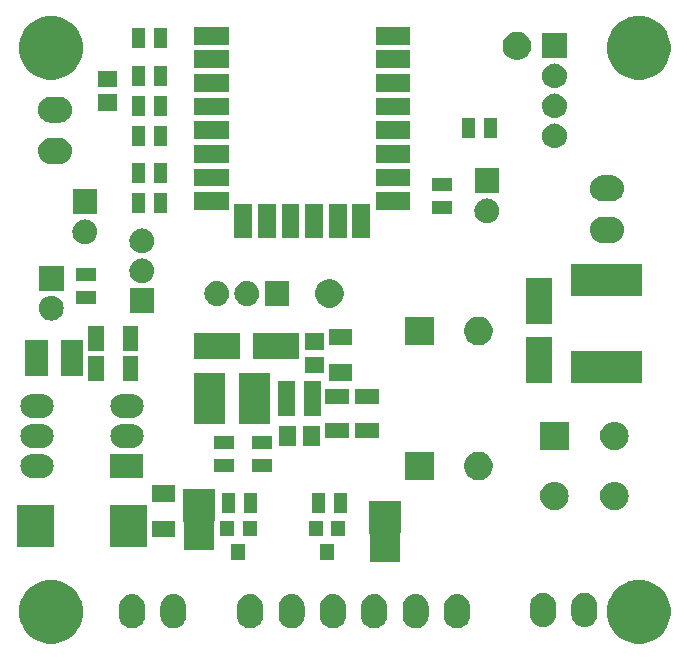
<source format=gbr>
%TF.GenerationSoftware,KiCad,Pcbnew,(5.1.2)-1*%
%TF.CreationDate,2019-05-07T13:27:01+02:00*%
%TF.ProjectId,nfc-door,6e66632d-646f-46f7-922e-6b696361645f,rev?*%
%TF.SameCoordinates,Original*%
%TF.FileFunction,Soldermask,Top*%
%TF.FilePolarity,Negative*%
%FSLAX46Y46*%
G04 Gerber Fmt 4.6, Leading zero omitted, Abs format (unit mm)*
G04 Created by KiCad (PCBNEW (5.1.2)-1) date 2019-05-07 13:27:01*
%MOMM*%
%LPD*%
G04 APERTURE LIST*
%ADD10C,0.100000*%
G04 APERTURE END LIST*
D10*
G36*
X130527560Y-149187759D02*
G01*
X131018928Y-149391290D01*
X131018930Y-149391291D01*
X131461150Y-149686773D01*
X131837227Y-150062850D01*
X132132709Y-150505070D01*
X132132710Y-150505072D01*
X132336241Y-150996440D01*
X132440000Y-151518072D01*
X132440000Y-152049928D01*
X132336241Y-152571560D01*
X132157515Y-153003043D01*
X132132709Y-153062930D01*
X131837227Y-153505150D01*
X131461150Y-153881227D01*
X131018930Y-154176709D01*
X131018929Y-154176710D01*
X131018928Y-154176710D01*
X130527560Y-154380241D01*
X130005928Y-154484000D01*
X129474072Y-154484000D01*
X128952440Y-154380241D01*
X128461072Y-154176710D01*
X128461071Y-154176710D01*
X128461070Y-154176709D01*
X128018850Y-153881227D01*
X127642773Y-153505150D01*
X127347291Y-153062930D01*
X127322485Y-153003043D01*
X127143759Y-152571560D01*
X127040000Y-152049928D01*
X127040000Y-151518072D01*
X127143759Y-150996440D01*
X127347290Y-150505072D01*
X127347291Y-150505070D01*
X127642773Y-150062850D01*
X128018850Y-149686773D01*
X128461070Y-149391291D01*
X128461072Y-149391290D01*
X128952440Y-149187759D01*
X129474072Y-149084000D01*
X130005928Y-149084000D01*
X130527560Y-149187759D01*
X130527560Y-149187759D01*
G37*
G36*
X80777560Y-149187759D02*
G01*
X81268928Y-149391290D01*
X81268930Y-149391291D01*
X81711150Y-149686773D01*
X82087227Y-150062850D01*
X82382709Y-150505070D01*
X82382710Y-150505072D01*
X82586241Y-150996440D01*
X82690000Y-151518072D01*
X82690000Y-152049928D01*
X82586241Y-152571560D01*
X82407515Y-153003043D01*
X82382709Y-153062930D01*
X82087227Y-153505150D01*
X81711150Y-153881227D01*
X81268930Y-154176709D01*
X81268929Y-154176710D01*
X81268928Y-154176710D01*
X80777560Y-154380241D01*
X80255928Y-154484000D01*
X79724072Y-154484000D01*
X79202440Y-154380241D01*
X78711072Y-154176710D01*
X78711071Y-154176710D01*
X78711070Y-154176709D01*
X78268850Y-153881227D01*
X77892773Y-153505150D01*
X77597291Y-153062930D01*
X77572485Y-153003043D01*
X77393759Y-152571560D01*
X77290000Y-152049928D01*
X77290000Y-151518072D01*
X77393759Y-150996440D01*
X77597290Y-150505072D01*
X77597291Y-150505070D01*
X77892773Y-150062850D01*
X78268850Y-149686773D01*
X78711070Y-149391291D01*
X78711072Y-149391290D01*
X79202440Y-149187759D01*
X79724072Y-149084000D01*
X80255928Y-149084000D01*
X80777560Y-149187759D01*
X80777560Y-149187759D01*
G37*
G36*
X90555638Y-150299916D02*
G01*
X90709034Y-150346449D01*
X90762992Y-150362817D01*
X90954084Y-150464957D01*
X91121581Y-150602419D01*
X91259043Y-150769916D01*
X91361183Y-150961008D01*
X91361184Y-150961012D01*
X91424084Y-151168363D01*
X91440000Y-151329965D01*
X91440000Y-152138036D01*
X91424084Y-152299638D01*
X91395159Y-152394988D01*
X91361183Y-152506992D01*
X91259043Y-152698084D01*
X91165023Y-152812646D01*
X91121581Y-152865581D01*
X90954084Y-153003042D01*
X90954080Y-153003044D01*
X90954079Y-153003045D01*
X90762991Y-153105183D01*
X90709033Y-153121551D01*
X90555637Y-153168084D01*
X90340000Y-153189322D01*
X90124362Y-153168084D01*
X89970966Y-153121551D01*
X89917008Y-153105183D01*
X89725916Y-153003043D01*
X89589445Y-152891043D01*
X89558419Y-152865581D01*
X89420958Y-152698084D01*
X89420955Y-152698079D01*
X89318817Y-152506991D01*
X89284841Y-152394987D01*
X89255916Y-152299637D01*
X89240000Y-152138035D01*
X89240000Y-151329964D01*
X89255916Y-151168362D01*
X89289891Y-151056364D01*
X89318817Y-150961009D01*
X89420958Y-150769917D01*
X89558420Y-150602419D01*
X89725917Y-150464957D01*
X89917009Y-150362817D01*
X89970967Y-150346449D01*
X90124363Y-150299916D01*
X90340000Y-150278678D01*
X90555638Y-150299916D01*
X90555638Y-150299916D01*
G37*
G36*
X87055638Y-150299916D02*
G01*
X87209034Y-150346449D01*
X87262992Y-150362817D01*
X87454084Y-150464957D01*
X87621581Y-150602419D01*
X87759043Y-150769916D01*
X87861183Y-150961008D01*
X87861184Y-150961012D01*
X87924084Y-151168363D01*
X87940000Y-151329965D01*
X87940000Y-152138036D01*
X87924084Y-152299638D01*
X87895159Y-152394988D01*
X87861183Y-152506992D01*
X87759043Y-152698084D01*
X87665023Y-152812646D01*
X87621581Y-152865581D01*
X87454084Y-153003042D01*
X87454080Y-153003044D01*
X87454079Y-153003045D01*
X87262991Y-153105183D01*
X87209033Y-153121551D01*
X87055637Y-153168084D01*
X86840000Y-153189322D01*
X86624362Y-153168084D01*
X86470966Y-153121551D01*
X86417008Y-153105183D01*
X86225916Y-153003043D01*
X86089445Y-152891043D01*
X86058419Y-152865581D01*
X85920958Y-152698084D01*
X85920955Y-152698079D01*
X85818817Y-152506991D01*
X85784841Y-152394987D01*
X85755916Y-152299637D01*
X85740000Y-152138035D01*
X85740000Y-151329964D01*
X85755916Y-151168362D01*
X85789891Y-151056364D01*
X85818817Y-150961009D01*
X85920958Y-150769917D01*
X86058420Y-150602419D01*
X86225917Y-150464957D01*
X86417009Y-150362817D01*
X86470967Y-150346449D01*
X86624363Y-150299916D01*
X86840000Y-150278678D01*
X87055638Y-150299916D01*
X87055638Y-150299916D01*
G37*
G36*
X114555638Y-150299916D02*
G01*
X114709034Y-150346449D01*
X114762992Y-150362817D01*
X114954084Y-150464957D01*
X115121581Y-150602419D01*
X115259043Y-150769916D01*
X115361183Y-150961008D01*
X115361184Y-150961012D01*
X115424084Y-151168363D01*
X115440000Y-151329965D01*
X115440000Y-152138036D01*
X115424084Y-152299638D01*
X115395159Y-152394988D01*
X115361183Y-152506992D01*
X115259043Y-152698084D01*
X115165023Y-152812646D01*
X115121581Y-152865581D01*
X114954084Y-153003042D01*
X114954080Y-153003044D01*
X114954079Y-153003045D01*
X114762991Y-153105183D01*
X114709033Y-153121551D01*
X114555637Y-153168084D01*
X114340000Y-153189322D01*
X114124362Y-153168084D01*
X113970966Y-153121551D01*
X113917008Y-153105183D01*
X113725916Y-153003043D01*
X113589445Y-152891043D01*
X113558419Y-152865581D01*
X113420958Y-152698084D01*
X113420955Y-152698079D01*
X113318817Y-152506991D01*
X113284841Y-152394987D01*
X113255916Y-152299637D01*
X113240000Y-152138035D01*
X113240000Y-151329964D01*
X113255916Y-151168362D01*
X113289891Y-151056364D01*
X113318817Y-150961009D01*
X113420958Y-150769917D01*
X113558420Y-150602419D01*
X113725917Y-150464957D01*
X113917009Y-150362817D01*
X113970967Y-150346449D01*
X114124363Y-150299916D01*
X114340000Y-150278678D01*
X114555638Y-150299916D01*
X114555638Y-150299916D01*
G37*
G36*
X111055638Y-150299916D02*
G01*
X111209034Y-150346449D01*
X111262992Y-150362817D01*
X111454084Y-150464957D01*
X111621581Y-150602419D01*
X111759043Y-150769916D01*
X111861183Y-150961008D01*
X111861184Y-150961012D01*
X111924084Y-151168363D01*
X111940000Y-151329965D01*
X111940000Y-152138036D01*
X111924084Y-152299638D01*
X111895159Y-152394988D01*
X111861183Y-152506992D01*
X111759043Y-152698084D01*
X111665023Y-152812646D01*
X111621581Y-152865581D01*
X111454084Y-153003042D01*
X111454080Y-153003044D01*
X111454079Y-153003045D01*
X111262991Y-153105183D01*
X111209033Y-153121551D01*
X111055637Y-153168084D01*
X110840000Y-153189322D01*
X110624362Y-153168084D01*
X110470966Y-153121551D01*
X110417008Y-153105183D01*
X110225916Y-153003043D01*
X110089445Y-152891043D01*
X110058419Y-152865581D01*
X109920958Y-152698084D01*
X109920955Y-152698079D01*
X109818817Y-152506991D01*
X109784841Y-152394987D01*
X109755916Y-152299637D01*
X109740000Y-152138035D01*
X109740000Y-151329964D01*
X109755916Y-151168362D01*
X109789891Y-151056364D01*
X109818817Y-150961009D01*
X109920958Y-150769917D01*
X110058420Y-150602419D01*
X110225917Y-150464957D01*
X110417009Y-150362817D01*
X110470967Y-150346449D01*
X110624363Y-150299916D01*
X110840000Y-150278678D01*
X111055638Y-150299916D01*
X111055638Y-150299916D01*
G37*
G36*
X100555638Y-150299916D02*
G01*
X100709034Y-150346449D01*
X100762992Y-150362817D01*
X100954084Y-150464957D01*
X101121581Y-150602419D01*
X101259043Y-150769916D01*
X101361183Y-150961008D01*
X101361184Y-150961012D01*
X101424084Y-151168363D01*
X101440000Y-151329965D01*
X101440000Y-152138036D01*
X101424084Y-152299638D01*
X101395159Y-152394988D01*
X101361183Y-152506992D01*
X101259043Y-152698084D01*
X101165023Y-152812646D01*
X101121581Y-152865581D01*
X100954084Y-153003042D01*
X100954080Y-153003044D01*
X100954079Y-153003045D01*
X100762991Y-153105183D01*
X100709033Y-153121551D01*
X100555637Y-153168084D01*
X100340000Y-153189322D01*
X100124362Y-153168084D01*
X99970966Y-153121551D01*
X99917008Y-153105183D01*
X99725916Y-153003043D01*
X99589445Y-152891043D01*
X99558419Y-152865581D01*
X99420958Y-152698084D01*
X99420955Y-152698079D01*
X99318817Y-152506991D01*
X99284841Y-152394987D01*
X99255916Y-152299637D01*
X99240000Y-152138035D01*
X99240000Y-151329964D01*
X99255916Y-151168362D01*
X99289891Y-151056364D01*
X99318817Y-150961009D01*
X99420958Y-150769917D01*
X99558420Y-150602419D01*
X99725917Y-150464957D01*
X99917009Y-150362817D01*
X99970967Y-150346449D01*
X100124363Y-150299916D01*
X100340000Y-150278678D01*
X100555638Y-150299916D01*
X100555638Y-150299916D01*
G37*
G36*
X104055638Y-150299916D02*
G01*
X104209034Y-150346449D01*
X104262992Y-150362817D01*
X104454084Y-150464957D01*
X104621581Y-150602419D01*
X104759043Y-150769916D01*
X104861183Y-150961008D01*
X104861184Y-150961012D01*
X104924084Y-151168363D01*
X104940000Y-151329965D01*
X104940000Y-152138036D01*
X104924084Y-152299638D01*
X104895159Y-152394988D01*
X104861183Y-152506992D01*
X104759043Y-152698084D01*
X104665023Y-152812646D01*
X104621581Y-152865581D01*
X104454084Y-153003042D01*
X104454080Y-153003044D01*
X104454079Y-153003045D01*
X104262991Y-153105183D01*
X104209033Y-153121551D01*
X104055637Y-153168084D01*
X103840000Y-153189322D01*
X103624362Y-153168084D01*
X103470966Y-153121551D01*
X103417008Y-153105183D01*
X103225916Y-153003043D01*
X103089445Y-152891043D01*
X103058419Y-152865581D01*
X102920958Y-152698084D01*
X102920955Y-152698079D01*
X102818817Y-152506991D01*
X102784841Y-152394987D01*
X102755916Y-152299637D01*
X102740000Y-152138035D01*
X102740000Y-151329964D01*
X102755916Y-151168362D01*
X102789891Y-151056364D01*
X102818817Y-150961009D01*
X102920958Y-150769917D01*
X103058420Y-150602419D01*
X103225917Y-150464957D01*
X103417009Y-150362817D01*
X103470967Y-150346449D01*
X103624363Y-150299916D01*
X103840000Y-150278678D01*
X104055638Y-150299916D01*
X104055638Y-150299916D01*
G37*
G36*
X97055638Y-150299916D02*
G01*
X97209034Y-150346449D01*
X97262992Y-150362817D01*
X97454084Y-150464957D01*
X97621581Y-150602419D01*
X97759043Y-150769916D01*
X97861183Y-150961008D01*
X97861184Y-150961012D01*
X97924084Y-151168363D01*
X97940000Y-151329965D01*
X97940000Y-152138036D01*
X97924084Y-152299638D01*
X97895159Y-152394988D01*
X97861183Y-152506992D01*
X97759043Y-152698084D01*
X97665023Y-152812646D01*
X97621581Y-152865581D01*
X97454084Y-153003042D01*
X97454080Y-153003044D01*
X97454079Y-153003045D01*
X97262991Y-153105183D01*
X97209033Y-153121551D01*
X97055637Y-153168084D01*
X96840000Y-153189322D01*
X96624362Y-153168084D01*
X96470966Y-153121551D01*
X96417008Y-153105183D01*
X96225916Y-153003043D01*
X96089445Y-152891043D01*
X96058419Y-152865581D01*
X95920958Y-152698084D01*
X95920955Y-152698079D01*
X95818817Y-152506991D01*
X95784841Y-152394987D01*
X95755916Y-152299637D01*
X95740000Y-152138035D01*
X95740000Y-151329964D01*
X95755916Y-151168362D01*
X95789891Y-151056364D01*
X95818817Y-150961009D01*
X95920958Y-150769917D01*
X96058420Y-150602419D01*
X96225917Y-150464957D01*
X96417009Y-150362817D01*
X96470967Y-150346449D01*
X96624363Y-150299916D01*
X96840000Y-150278678D01*
X97055638Y-150299916D01*
X97055638Y-150299916D01*
G37*
G36*
X107555638Y-150299916D02*
G01*
X107709034Y-150346449D01*
X107762992Y-150362817D01*
X107954084Y-150464957D01*
X108121581Y-150602419D01*
X108259043Y-150769916D01*
X108361183Y-150961008D01*
X108361184Y-150961012D01*
X108424084Y-151168363D01*
X108440000Y-151329965D01*
X108440000Y-152138036D01*
X108424084Y-152299638D01*
X108395159Y-152394988D01*
X108361183Y-152506992D01*
X108259043Y-152698084D01*
X108165023Y-152812646D01*
X108121581Y-152865581D01*
X107954084Y-153003042D01*
X107954080Y-153003044D01*
X107954079Y-153003045D01*
X107762991Y-153105183D01*
X107709033Y-153121551D01*
X107555637Y-153168084D01*
X107340000Y-153189322D01*
X107124362Y-153168084D01*
X106970966Y-153121551D01*
X106917008Y-153105183D01*
X106725916Y-153003043D01*
X106589445Y-152891043D01*
X106558419Y-152865581D01*
X106420958Y-152698084D01*
X106420955Y-152698079D01*
X106318817Y-152506991D01*
X106284841Y-152394987D01*
X106255916Y-152299637D01*
X106240000Y-152138035D01*
X106240000Y-151329964D01*
X106255916Y-151168362D01*
X106289891Y-151056364D01*
X106318817Y-150961009D01*
X106420958Y-150769917D01*
X106558420Y-150602419D01*
X106725917Y-150464957D01*
X106917009Y-150362817D01*
X106970967Y-150346449D01*
X107124363Y-150299916D01*
X107340000Y-150278678D01*
X107555638Y-150299916D01*
X107555638Y-150299916D01*
G37*
G36*
X121855638Y-150187916D02*
G01*
X122009034Y-150234449D01*
X122062992Y-150250817D01*
X122254084Y-150352957D01*
X122421581Y-150490419D01*
X122559043Y-150657916D01*
X122661183Y-150849008D01*
X122661184Y-150849012D01*
X122724084Y-151056363D01*
X122740000Y-151217965D01*
X122740000Y-152026036D01*
X122724084Y-152187638D01*
X122677551Y-152341034D01*
X122661183Y-152394992D01*
X122559043Y-152586084D01*
X122467130Y-152698079D01*
X122421581Y-152753581D01*
X122254084Y-152891042D01*
X122254080Y-152891044D01*
X122254079Y-152891045D01*
X122062991Y-152993183D01*
X122030490Y-153003042D01*
X121855637Y-153056084D01*
X121640000Y-153077322D01*
X121424362Y-153056084D01*
X121249509Y-153003042D01*
X121217008Y-152993183D01*
X121025916Y-152891043D01*
X120911354Y-152797023D01*
X120858419Y-152753581D01*
X120720958Y-152586084D01*
X120713195Y-152571561D01*
X120618817Y-152394991D01*
X120589892Y-152299638D01*
X120555916Y-152187637D01*
X120540000Y-152026035D01*
X120540000Y-151217964D01*
X120555916Y-151056362D01*
X120584842Y-150961008D01*
X120618817Y-150849009D01*
X120720958Y-150657917D01*
X120858420Y-150490419D01*
X121025917Y-150352957D01*
X121217009Y-150250817D01*
X121270967Y-150234449D01*
X121424363Y-150187916D01*
X121640000Y-150166678D01*
X121855638Y-150187916D01*
X121855638Y-150187916D01*
G37*
G36*
X125355638Y-150187916D02*
G01*
X125509034Y-150234449D01*
X125562992Y-150250817D01*
X125754084Y-150352957D01*
X125921581Y-150490419D01*
X126059043Y-150657916D01*
X126161183Y-150849008D01*
X126161184Y-150849012D01*
X126224084Y-151056363D01*
X126240000Y-151217965D01*
X126240000Y-152026036D01*
X126224084Y-152187638D01*
X126177551Y-152341034D01*
X126161183Y-152394992D01*
X126059043Y-152586084D01*
X125967130Y-152698079D01*
X125921581Y-152753581D01*
X125754084Y-152891042D01*
X125754080Y-152891044D01*
X125754079Y-152891045D01*
X125562991Y-152993183D01*
X125530490Y-153003042D01*
X125355637Y-153056084D01*
X125140000Y-153077322D01*
X124924362Y-153056084D01*
X124749509Y-153003042D01*
X124717008Y-152993183D01*
X124525916Y-152891043D01*
X124411354Y-152797023D01*
X124358419Y-152753581D01*
X124220958Y-152586084D01*
X124213195Y-152571561D01*
X124118817Y-152394991D01*
X124089892Y-152299638D01*
X124055916Y-152187637D01*
X124040000Y-152026035D01*
X124040000Y-151217964D01*
X124055916Y-151056362D01*
X124084842Y-150961008D01*
X124118817Y-150849009D01*
X124220958Y-150657917D01*
X124358420Y-150490419D01*
X124525917Y-150352957D01*
X124717009Y-150250817D01*
X124770967Y-150234449D01*
X124924363Y-150187916D01*
X125140000Y-150166678D01*
X125355638Y-150187916D01*
X125355638Y-150187916D01*
G37*
G36*
X109583000Y-145103818D02*
G01*
X109575053Y-145108066D01*
X109556111Y-145123611D01*
X109540566Y-145142553D01*
X109529015Y-145164164D01*
X109521902Y-145187613D01*
X109519500Y-145211999D01*
X109519500Y-147563500D01*
X106960500Y-147563500D01*
X106960500Y-145211999D01*
X106958098Y-145187613D01*
X106950985Y-145164164D01*
X106939434Y-145142553D01*
X106923889Y-145123611D01*
X106904947Y-145108066D01*
X106897000Y-145103818D01*
X106897000Y-142401000D01*
X109583000Y-142401000D01*
X109583000Y-145103818D01*
X109583000Y-145103818D01*
G37*
G36*
X103940000Y-147384000D02*
G01*
X102740000Y-147384000D01*
X102740000Y-146084000D01*
X103940000Y-146084000D01*
X103940000Y-147384000D01*
X103940000Y-147384000D01*
G37*
G36*
X96440000Y-147384000D02*
G01*
X95240000Y-147384000D01*
X95240000Y-146084000D01*
X96440000Y-146084000D01*
X96440000Y-147384000D01*
X96440000Y-147384000D01*
G37*
G36*
X93833000Y-144103818D02*
G01*
X93825053Y-144108066D01*
X93806111Y-144123611D01*
X93790566Y-144142553D01*
X93779015Y-144164164D01*
X93771902Y-144187613D01*
X93769500Y-144211999D01*
X93769500Y-146563500D01*
X91210500Y-146563500D01*
X91210500Y-144211999D01*
X91208098Y-144187613D01*
X91200985Y-144164164D01*
X91189434Y-144142553D01*
X91173889Y-144123611D01*
X91154947Y-144108066D01*
X91147000Y-144103818D01*
X91147000Y-141401000D01*
X93833000Y-141401000D01*
X93833000Y-144103818D01*
X93833000Y-144103818D01*
G37*
G36*
X88095000Y-146310000D02*
G01*
X84995000Y-146310000D01*
X84995000Y-142710000D01*
X88095000Y-142710000D01*
X88095000Y-146310000D01*
X88095000Y-146310000D01*
G37*
G36*
X80195000Y-146310000D02*
G01*
X77095000Y-146310000D01*
X77095000Y-142710000D01*
X80195000Y-142710000D01*
X80195000Y-146310000D01*
X80195000Y-146310000D01*
G37*
G36*
X90490000Y-145484000D02*
G01*
X88490000Y-145484000D01*
X88490000Y-144084000D01*
X90490000Y-144084000D01*
X90490000Y-145484000D01*
X90490000Y-145484000D01*
G37*
G36*
X95490000Y-145384000D02*
G01*
X94290000Y-145384000D01*
X94290000Y-144084000D01*
X95490000Y-144084000D01*
X95490000Y-145384000D01*
X95490000Y-145384000D01*
G37*
G36*
X104890000Y-145384000D02*
G01*
X103690000Y-145384000D01*
X103690000Y-144084000D01*
X104890000Y-144084000D01*
X104890000Y-145384000D01*
X104890000Y-145384000D01*
G37*
G36*
X102990000Y-145384000D02*
G01*
X101790000Y-145384000D01*
X101790000Y-144084000D01*
X102990000Y-144084000D01*
X102990000Y-145384000D01*
X102990000Y-145384000D01*
G37*
G36*
X97390000Y-145384000D02*
G01*
X96190000Y-145384000D01*
X96190000Y-144084000D01*
X97390000Y-144084000D01*
X97390000Y-145384000D01*
X97390000Y-145384000D01*
G37*
G36*
X97430000Y-143455000D02*
G01*
X96330000Y-143455000D01*
X96330000Y-141755000D01*
X97430000Y-141755000D01*
X97430000Y-143455000D01*
X97430000Y-143455000D01*
G37*
G36*
X95530000Y-143455000D02*
G01*
X94430000Y-143455000D01*
X94430000Y-141755000D01*
X95530000Y-141755000D01*
X95530000Y-143455000D01*
X95530000Y-143455000D01*
G37*
G36*
X105050000Y-143455000D02*
G01*
X103950000Y-143455000D01*
X103950000Y-141755000D01*
X105050000Y-141755000D01*
X105050000Y-143455000D01*
X105050000Y-143455000D01*
G37*
G36*
X103150000Y-143455000D02*
G01*
X102050000Y-143455000D01*
X102050000Y-141755000D01*
X103150000Y-141755000D01*
X103150000Y-143455000D01*
X103150000Y-143455000D01*
G37*
G36*
X127797714Y-140775788D02*
G01*
X127915241Y-140787363D01*
X128141442Y-140855981D01*
X128141445Y-140855982D01*
X128349910Y-140967408D01*
X128532634Y-141117366D01*
X128682592Y-141300090D01*
X128794018Y-141508555D01*
X128794019Y-141508558D01*
X128862637Y-141734759D01*
X128885806Y-141970000D01*
X128862637Y-142205241D01*
X128794019Y-142431442D01*
X128794018Y-142431445D01*
X128682592Y-142639910D01*
X128532634Y-142822634D01*
X128349910Y-142972592D01*
X128141445Y-143084018D01*
X128141442Y-143084019D01*
X127915241Y-143152637D01*
X127797714Y-143164212D01*
X127738951Y-143170000D01*
X127621049Y-143170000D01*
X127562286Y-143164212D01*
X127444759Y-143152637D01*
X127218558Y-143084019D01*
X127218555Y-143084018D01*
X127010090Y-142972592D01*
X126827366Y-142822634D01*
X126677408Y-142639910D01*
X126565982Y-142431445D01*
X126565981Y-142431442D01*
X126497363Y-142205241D01*
X126474194Y-141970000D01*
X126497363Y-141734759D01*
X126565981Y-141508558D01*
X126565982Y-141508555D01*
X126677408Y-141300090D01*
X126827366Y-141117366D01*
X127010090Y-140967408D01*
X127218555Y-140855982D01*
X127218558Y-140855981D01*
X127444759Y-140787363D01*
X127562286Y-140775788D01*
X127621049Y-140770000D01*
X127738951Y-140770000D01*
X127797714Y-140775788D01*
X127797714Y-140775788D01*
G37*
G36*
X122717714Y-140775788D02*
G01*
X122835241Y-140787363D01*
X123061442Y-140855981D01*
X123061445Y-140855982D01*
X123269910Y-140967408D01*
X123452634Y-141117366D01*
X123602592Y-141300090D01*
X123714018Y-141508555D01*
X123714019Y-141508558D01*
X123782637Y-141734759D01*
X123805806Y-141970000D01*
X123782637Y-142205241D01*
X123714019Y-142431442D01*
X123714018Y-142431445D01*
X123602592Y-142639910D01*
X123452634Y-142822634D01*
X123269910Y-142972592D01*
X123061445Y-143084018D01*
X123061442Y-143084019D01*
X122835241Y-143152637D01*
X122717714Y-143164212D01*
X122658951Y-143170000D01*
X122541049Y-143170000D01*
X122482286Y-143164212D01*
X122364759Y-143152637D01*
X122138558Y-143084019D01*
X122138555Y-143084018D01*
X121930090Y-142972592D01*
X121747366Y-142822634D01*
X121597408Y-142639910D01*
X121485982Y-142431445D01*
X121485981Y-142431442D01*
X121417363Y-142205241D01*
X121394194Y-141970000D01*
X121417363Y-141734759D01*
X121485981Y-141508558D01*
X121485982Y-141508555D01*
X121597408Y-141300090D01*
X121747366Y-141117366D01*
X121930090Y-140967408D01*
X122138555Y-140855982D01*
X122138558Y-140855981D01*
X122364759Y-140787363D01*
X122482286Y-140775788D01*
X122541049Y-140770000D01*
X122658951Y-140770000D01*
X122717714Y-140775788D01*
X122717714Y-140775788D01*
G37*
G36*
X90490000Y-142484000D02*
G01*
X88490000Y-142484000D01*
X88490000Y-141084000D01*
X90490000Y-141084000D01*
X90490000Y-142484000D01*
X90490000Y-142484000D01*
G37*
G36*
X112370000Y-140630000D02*
G01*
X109970000Y-140630000D01*
X109970000Y-138230000D01*
X112370000Y-138230000D01*
X112370000Y-140630000D01*
X112370000Y-140630000D01*
G37*
G36*
X116520026Y-138276115D02*
G01*
X116738411Y-138366573D01*
X116738413Y-138366574D01*
X116833337Y-138430000D01*
X116934955Y-138497899D01*
X117102101Y-138665045D01*
X117233427Y-138861589D01*
X117323885Y-139079974D01*
X117370000Y-139311809D01*
X117370000Y-139548191D01*
X117323885Y-139780026D01*
X117233427Y-139998411D01*
X117233426Y-139998413D01*
X117102101Y-140194955D01*
X116934955Y-140362101D01*
X116738413Y-140493426D01*
X116738412Y-140493427D01*
X116738411Y-140493427D01*
X116520026Y-140583885D01*
X116288191Y-140630000D01*
X116051809Y-140630000D01*
X115819974Y-140583885D01*
X115601589Y-140493427D01*
X115601588Y-140493427D01*
X115601587Y-140493426D01*
X115405045Y-140362101D01*
X115237899Y-140194955D01*
X115106574Y-139998413D01*
X115106573Y-139998411D01*
X115016115Y-139780026D01*
X114970000Y-139548191D01*
X114970000Y-139311809D01*
X115016115Y-139079974D01*
X115106573Y-138861589D01*
X115237899Y-138665045D01*
X115405045Y-138497899D01*
X115506663Y-138430000D01*
X115601587Y-138366574D01*
X115601589Y-138366573D01*
X115819974Y-138276115D01*
X116051809Y-138230000D01*
X116288191Y-138230000D01*
X116520026Y-138276115D01*
X116520026Y-138276115D01*
G37*
G36*
X79381032Y-138444469D02*
G01*
X79475285Y-138473061D01*
X79569535Y-138501651D01*
X79569537Y-138501652D01*
X79743258Y-138594507D01*
X79895528Y-138719472D01*
X80020493Y-138871742D01*
X80113348Y-139045463D01*
X80170531Y-139233968D01*
X80189838Y-139430000D01*
X80170531Y-139626032D01*
X80113348Y-139814537D01*
X80020493Y-139988258D01*
X79895528Y-140140528D01*
X79743258Y-140265493D01*
X79569537Y-140358348D01*
X79569535Y-140358349D01*
X79475285Y-140386939D01*
X79381032Y-140415531D01*
X79234124Y-140430000D01*
X78335876Y-140430000D01*
X78188968Y-140415531D01*
X78094716Y-140386940D01*
X78000465Y-140358349D01*
X78000463Y-140358348D01*
X77826742Y-140265493D01*
X77674472Y-140140528D01*
X77549507Y-139988258D01*
X77456652Y-139814537D01*
X77399469Y-139626032D01*
X77380162Y-139430000D01*
X77399469Y-139233968D01*
X77456652Y-139045463D01*
X77549507Y-138871742D01*
X77674472Y-138719472D01*
X77826742Y-138594507D01*
X78000463Y-138501652D01*
X78000465Y-138501651D01*
X78094715Y-138473061D01*
X78188968Y-138444469D01*
X78335876Y-138430000D01*
X79234124Y-138430000D01*
X79381032Y-138444469D01*
X79381032Y-138444469D01*
G37*
G36*
X87805000Y-140430000D02*
G01*
X85005000Y-140430000D01*
X85005000Y-138430000D01*
X87805000Y-138430000D01*
X87805000Y-140430000D01*
X87805000Y-140430000D01*
G37*
G36*
X95510000Y-139914000D02*
G01*
X93810000Y-139914000D01*
X93810000Y-138814000D01*
X95510000Y-138814000D01*
X95510000Y-139914000D01*
X95510000Y-139914000D01*
G37*
G36*
X98685000Y-139914000D02*
G01*
X96985000Y-139914000D01*
X96985000Y-138814000D01*
X98685000Y-138814000D01*
X98685000Y-139914000D01*
X98685000Y-139914000D01*
G37*
G36*
X123800000Y-138090000D02*
G01*
X121400000Y-138090000D01*
X121400000Y-135690000D01*
X123800000Y-135690000D01*
X123800000Y-138090000D01*
X123800000Y-138090000D01*
G37*
G36*
X127797714Y-135695788D02*
G01*
X127915241Y-135707363D01*
X128141442Y-135775981D01*
X128141445Y-135775982D01*
X128349910Y-135887408D01*
X128532634Y-136037366D01*
X128682592Y-136220090D01*
X128794018Y-136428555D01*
X128794019Y-136428558D01*
X128862637Y-136654759D01*
X128885806Y-136890000D01*
X128862637Y-137125241D01*
X128817348Y-137274537D01*
X128794018Y-137351445D01*
X128682592Y-137559910D01*
X128532634Y-137742634D01*
X128349910Y-137892592D01*
X128141445Y-138004018D01*
X128141442Y-138004019D01*
X127915241Y-138072637D01*
X127797714Y-138084212D01*
X127738951Y-138090000D01*
X127621049Y-138090000D01*
X127562286Y-138084212D01*
X127444759Y-138072637D01*
X127218558Y-138004019D01*
X127218555Y-138004018D01*
X127010090Y-137892592D01*
X126827366Y-137742634D01*
X126677408Y-137559910D01*
X126565982Y-137351445D01*
X126542652Y-137274537D01*
X126497363Y-137125241D01*
X126474194Y-136890000D01*
X126497363Y-136654759D01*
X126565981Y-136428558D01*
X126565982Y-136428555D01*
X126677408Y-136220090D01*
X126827366Y-136037366D01*
X127010090Y-135887408D01*
X127218555Y-135775982D01*
X127218558Y-135775981D01*
X127444759Y-135707363D01*
X127562286Y-135695788D01*
X127621049Y-135690000D01*
X127738951Y-135690000D01*
X127797714Y-135695788D01*
X127797714Y-135695788D01*
G37*
G36*
X98685000Y-138014000D02*
G01*
X96985000Y-138014000D01*
X96985000Y-136914000D01*
X98685000Y-136914000D01*
X98685000Y-138014000D01*
X98685000Y-138014000D01*
G37*
G36*
X95510000Y-138014000D02*
G01*
X93810000Y-138014000D01*
X93810000Y-136914000D01*
X95510000Y-136914000D01*
X95510000Y-138014000D01*
X95510000Y-138014000D01*
G37*
G36*
X87001032Y-135904469D02*
G01*
X87095285Y-135933061D01*
X87189535Y-135961651D01*
X87189537Y-135961652D01*
X87363258Y-136054507D01*
X87515528Y-136179472D01*
X87640493Y-136331742D01*
X87733348Y-136505463D01*
X87790531Y-136693968D01*
X87809838Y-136890000D01*
X87790531Y-137086032D01*
X87733348Y-137274537D01*
X87640493Y-137448258D01*
X87515528Y-137600528D01*
X87363258Y-137725493D01*
X87189537Y-137818348D01*
X87189535Y-137818349D01*
X87095284Y-137846940D01*
X87001032Y-137875531D01*
X86854124Y-137890000D01*
X85955876Y-137890000D01*
X85808968Y-137875531D01*
X85714716Y-137846940D01*
X85620465Y-137818349D01*
X85620463Y-137818348D01*
X85446742Y-137725493D01*
X85294472Y-137600528D01*
X85169507Y-137448258D01*
X85076652Y-137274537D01*
X85019469Y-137086032D01*
X85000162Y-136890000D01*
X85019469Y-136693968D01*
X85076652Y-136505463D01*
X85169507Y-136331742D01*
X85294472Y-136179472D01*
X85446742Y-136054507D01*
X85620463Y-135961652D01*
X85620465Y-135961651D01*
X85714715Y-135933061D01*
X85808968Y-135904469D01*
X85955876Y-135890000D01*
X86854124Y-135890000D01*
X87001032Y-135904469D01*
X87001032Y-135904469D01*
G37*
G36*
X79381032Y-135904469D02*
G01*
X79475285Y-135933061D01*
X79569535Y-135961651D01*
X79569537Y-135961652D01*
X79743258Y-136054507D01*
X79895528Y-136179472D01*
X80020493Y-136331742D01*
X80113348Y-136505463D01*
X80170531Y-136693968D01*
X80189838Y-136890000D01*
X80170531Y-137086032D01*
X80113348Y-137274537D01*
X80020493Y-137448258D01*
X79895528Y-137600528D01*
X79743258Y-137725493D01*
X79569537Y-137818348D01*
X79569535Y-137818349D01*
X79475284Y-137846940D01*
X79381032Y-137875531D01*
X79234124Y-137890000D01*
X78335876Y-137890000D01*
X78188968Y-137875531D01*
X78094716Y-137846940D01*
X78000465Y-137818349D01*
X78000463Y-137818348D01*
X77826742Y-137725493D01*
X77674472Y-137600528D01*
X77549507Y-137448258D01*
X77456652Y-137274537D01*
X77399469Y-137086032D01*
X77380162Y-136890000D01*
X77399469Y-136693968D01*
X77456652Y-136505463D01*
X77549507Y-136331742D01*
X77674472Y-136179472D01*
X77826742Y-136054507D01*
X78000463Y-135961652D01*
X78000465Y-135961651D01*
X78094715Y-135933061D01*
X78188968Y-135904469D01*
X78335876Y-135890000D01*
X79234124Y-135890000D01*
X79381032Y-135904469D01*
X79381032Y-135904469D01*
G37*
G36*
X100710000Y-137715000D02*
G01*
X99310000Y-137715000D01*
X99310000Y-136065000D01*
X100710000Y-136065000D01*
X100710000Y-137715000D01*
X100710000Y-137715000D01*
G37*
G36*
X102710000Y-137715000D02*
G01*
X101310000Y-137715000D01*
X101310000Y-136065000D01*
X102710000Y-136065000D01*
X102710000Y-137715000D01*
X102710000Y-137715000D01*
G37*
G36*
X107775000Y-137085000D02*
G01*
X105675000Y-137085000D01*
X105675000Y-135785000D01*
X107775000Y-135785000D01*
X107775000Y-137085000D01*
X107775000Y-137085000D01*
G37*
G36*
X105235000Y-137085000D02*
G01*
X103135000Y-137085000D01*
X103135000Y-135785000D01*
X105235000Y-135785000D01*
X105235000Y-137085000D01*
X105235000Y-137085000D01*
G37*
G36*
X94695000Y-135865000D02*
G01*
X92095000Y-135865000D01*
X92095000Y-131565000D01*
X94695000Y-131565000D01*
X94695000Y-135865000D01*
X94695000Y-135865000D01*
G37*
G36*
X98495000Y-135865000D02*
G01*
X95895000Y-135865000D01*
X95895000Y-131565000D01*
X98495000Y-131565000D01*
X98495000Y-135865000D01*
X98495000Y-135865000D01*
G37*
G36*
X79381032Y-133364469D02*
G01*
X79475284Y-133393060D01*
X79569535Y-133421651D01*
X79569537Y-133421652D01*
X79743258Y-133514507D01*
X79895528Y-133639472D01*
X80020493Y-133791742D01*
X80113348Y-133965463D01*
X80170531Y-134153968D01*
X80189838Y-134350000D01*
X80170531Y-134546032D01*
X80113348Y-134734537D01*
X80020493Y-134908258D01*
X79895528Y-135060528D01*
X79743258Y-135185493D01*
X79569537Y-135278348D01*
X79569535Y-135278349D01*
X79475285Y-135306939D01*
X79381032Y-135335531D01*
X79234124Y-135350000D01*
X78335876Y-135350000D01*
X78188968Y-135335531D01*
X78094715Y-135306939D01*
X78000465Y-135278349D01*
X78000463Y-135278348D01*
X77826742Y-135185493D01*
X77674472Y-135060528D01*
X77549507Y-134908258D01*
X77456652Y-134734537D01*
X77399469Y-134546032D01*
X77380162Y-134350000D01*
X77399469Y-134153968D01*
X77456652Y-133965463D01*
X77549507Y-133791742D01*
X77674472Y-133639472D01*
X77826742Y-133514507D01*
X78000463Y-133421652D01*
X78000465Y-133421651D01*
X78094716Y-133393060D01*
X78188968Y-133364469D01*
X78335876Y-133350000D01*
X79234124Y-133350000D01*
X79381032Y-133364469D01*
X79381032Y-133364469D01*
G37*
G36*
X87001032Y-133364469D02*
G01*
X87095284Y-133393060D01*
X87189535Y-133421651D01*
X87189537Y-133421652D01*
X87363258Y-133514507D01*
X87515528Y-133639472D01*
X87640493Y-133791742D01*
X87733348Y-133965463D01*
X87790531Y-134153968D01*
X87809838Y-134350000D01*
X87790531Y-134546032D01*
X87733348Y-134734537D01*
X87640493Y-134908258D01*
X87515528Y-135060528D01*
X87363258Y-135185493D01*
X87189537Y-135278348D01*
X87189535Y-135278349D01*
X87095285Y-135306939D01*
X87001032Y-135335531D01*
X86854124Y-135350000D01*
X85955876Y-135350000D01*
X85808968Y-135335531D01*
X85714715Y-135306939D01*
X85620465Y-135278349D01*
X85620463Y-135278348D01*
X85446742Y-135185493D01*
X85294472Y-135060528D01*
X85169507Y-134908258D01*
X85076652Y-134734537D01*
X85019469Y-134546032D01*
X85000162Y-134350000D01*
X85019469Y-134153968D01*
X85076652Y-133965463D01*
X85169507Y-133791742D01*
X85294472Y-133639472D01*
X85446742Y-133514507D01*
X85620463Y-133421652D01*
X85620465Y-133421651D01*
X85714716Y-133393060D01*
X85808968Y-133364469D01*
X85955876Y-133350000D01*
X86854124Y-133350000D01*
X87001032Y-133364469D01*
X87001032Y-133364469D01*
G37*
G36*
X102840000Y-135190000D02*
G01*
X101380000Y-135190000D01*
X101380000Y-132240000D01*
X102840000Y-132240000D01*
X102840000Y-135190000D01*
X102840000Y-135190000D01*
G37*
G36*
X100640000Y-135190000D02*
G01*
X99180000Y-135190000D01*
X99180000Y-132240000D01*
X100640000Y-132240000D01*
X100640000Y-135190000D01*
X100640000Y-135190000D01*
G37*
G36*
X107775000Y-134185000D02*
G01*
X105675000Y-134185000D01*
X105675000Y-132885000D01*
X107775000Y-132885000D01*
X107775000Y-134185000D01*
X107775000Y-134185000D01*
G37*
G36*
X105235000Y-134185000D02*
G01*
X103135000Y-134185000D01*
X103135000Y-132885000D01*
X105235000Y-132885000D01*
X105235000Y-134185000D01*
X105235000Y-134185000D01*
G37*
G36*
X122430000Y-132450000D02*
G01*
X120230000Y-132450000D01*
X120230000Y-128550000D01*
X122430000Y-128550000D01*
X122430000Y-132450000D01*
X122430000Y-132450000D01*
G37*
G36*
X130045000Y-132415000D02*
G01*
X124045000Y-132415000D01*
X124045000Y-129715000D01*
X130045000Y-129715000D01*
X130045000Y-132415000D01*
X130045000Y-132415000D01*
G37*
G36*
X105490000Y-132234000D02*
G01*
X103490000Y-132234000D01*
X103490000Y-130834000D01*
X105490000Y-130834000D01*
X105490000Y-132234000D01*
X105490000Y-132234000D01*
G37*
G36*
X84450000Y-132225000D02*
G01*
X83150000Y-132225000D01*
X83150000Y-130125000D01*
X84450000Y-130125000D01*
X84450000Y-132225000D01*
X84450000Y-132225000D01*
G37*
G36*
X87350000Y-132225000D02*
G01*
X86050000Y-132225000D01*
X86050000Y-130125000D01*
X87350000Y-130125000D01*
X87350000Y-132225000D01*
X87350000Y-132225000D01*
G37*
G36*
X82690000Y-131784000D02*
G01*
X80790000Y-131784000D01*
X80790000Y-128784000D01*
X82690000Y-128784000D01*
X82690000Y-131784000D01*
X82690000Y-131784000D01*
G37*
G36*
X79690000Y-131784000D02*
G01*
X77790000Y-131784000D01*
X77790000Y-128784000D01*
X79690000Y-128784000D01*
X79690000Y-131784000D01*
X79690000Y-131784000D01*
G37*
G36*
X103105000Y-131605000D02*
G01*
X101455000Y-131605000D01*
X101455000Y-130205000D01*
X103105000Y-130205000D01*
X103105000Y-131605000D01*
X103105000Y-131605000D01*
G37*
G36*
X101015000Y-130370000D02*
G01*
X97115000Y-130370000D01*
X97115000Y-128170000D01*
X101015000Y-128170000D01*
X101015000Y-130370000D01*
X101015000Y-130370000D01*
G37*
G36*
X96015000Y-130370000D02*
G01*
X92115000Y-130370000D01*
X92115000Y-128170000D01*
X96015000Y-128170000D01*
X96015000Y-130370000D01*
X96015000Y-130370000D01*
G37*
G36*
X87350000Y-129685000D02*
G01*
X86050000Y-129685000D01*
X86050000Y-127585000D01*
X87350000Y-127585000D01*
X87350000Y-129685000D01*
X87350000Y-129685000D01*
G37*
G36*
X84450000Y-129685000D02*
G01*
X83150000Y-129685000D01*
X83150000Y-127585000D01*
X84450000Y-127585000D01*
X84450000Y-129685000D01*
X84450000Y-129685000D01*
G37*
G36*
X103105000Y-129605000D02*
G01*
X101455000Y-129605000D01*
X101455000Y-128205000D01*
X103105000Y-128205000D01*
X103105000Y-129605000D01*
X103105000Y-129605000D01*
G37*
G36*
X105490000Y-129234000D02*
G01*
X103490000Y-129234000D01*
X103490000Y-127834000D01*
X105490000Y-127834000D01*
X105490000Y-129234000D01*
X105490000Y-129234000D01*
G37*
G36*
X112370000Y-129200000D02*
G01*
X109970000Y-129200000D01*
X109970000Y-126800000D01*
X112370000Y-126800000D01*
X112370000Y-129200000D01*
X112370000Y-129200000D01*
G37*
G36*
X116520026Y-126846115D02*
G01*
X116738411Y-126936573D01*
X116738413Y-126936574D01*
X116760404Y-126951268D01*
X116934955Y-127067899D01*
X117102101Y-127235045D01*
X117233427Y-127431589D01*
X117323885Y-127649974D01*
X117370000Y-127881809D01*
X117370000Y-128118191D01*
X117323885Y-128350026D01*
X117241053Y-128550000D01*
X117233426Y-128568413D01*
X117102101Y-128764955D01*
X116934955Y-128932101D01*
X116738413Y-129063426D01*
X116738412Y-129063427D01*
X116738411Y-129063427D01*
X116520026Y-129153885D01*
X116288191Y-129200000D01*
X116051809Y-129200000D01*
X115819974Y-129153885D01*
X115601589Y-129063427D01*
X115601588Y-129063427D01*
X115601587Y-129063426D01*
X115405045Y-128932101D01*
X115237899Y-128764955D01*
X115106574Y-128568413D01*
X115098947Y-128550000D01*
X115016115Y-128350026D01*
X114970000Y-128118191D01*
X114970000Y-127881809D01*
X115016115Y-127649974D01*
X115106573Y-127431589D01*
X115237899Y-127235045D01*
X115405045Y-127067899D01*
X115579596Y-126951268D01*
X115601587Y-126936574D01*
X115601589Y-126936573D01*
X115819974Y-126846115D01*
X116051809Y-126800000D01*
X116288191Y-126800000D01*
X116520026Y-126846115D01*
X116520026Y-126846115D01*
G37*
G36*
X122430000Y-127450000D02*
G01*
X120230000Y-127450000D01*
X120230000Y-123550000D01*
X122430000Y-123550000D01*
X122430000Y-127450000D01*
X122430000Y-127450000D01*
G37*
G36*
X80118707Y-125031596D02*
G01*
X80195836Y-125039193D01*
X80393762Y-125099233D01*
X80393765Y-125099234D01*
X80576170Y-125196732D01*
X80736055Y-125327945D01*
X80867268Y-125487830D01*
X80964766Y-125670235D01*
X80964767Y-125670238D01*
X81024807Y-125868164D01*
X81045080Y-126074000D01*
X81024807Y-126279836D01*
X80964767Y-126477762D01*
X80964766Y-126477765D01*
X80867268Y-126660170D01*
X80736055Y-126820055D01*
X80576170Y-126951268D01*
X80393765Y-127048766D01*
X80393762Y-127048767D01*
X80195836Y-127108807D01*
X80118707Y-127116404D01*
X80041580Y-127124000D01*
X79938420Y-127124000D01*
X79861293Y-127116404D01*
X79784164Y-127108807D01*
X79586238Y-127048767D01*
X79586235Y-127048766D01*
X79403830Y-126951268D01*
X79243945Y-126820055D01*
X79112732Y-126660170D01*
X79015234Y-126477765D01*
X79015233Y-126477762D01*
X78955193Y-126279836D01*
X78934920Y-126074000D01*
X78955193Y-125868164D01*
X79015233Y-125670238D01*
X79015234Y-125670235D01*
X79112732Y-125487830D01*
X79243945Y-125327945D01*
X79403830Y-125196732D01*
X79586235Y-125099234D01*
X79586238Y-125099233D01*
X79784164Y-125039193D01*
X79861293Y-125031596D01*
X79938420Y-125024000D01*
X80041580Y-125024000D01*
X80118707Y-125031596D01*
X80118707Y-125031596D01*
G37*
G36*
X88725000Y-126510000D02*
G01*
X86625000Y-126510000D01*
X86625000Y-124410000D01*
X88725000Y-124410000D01*
X88725000Y-126510000D01*
X88725000Y-126510000D01*
G37*
G36*
X103899877Y-123671605D02*
G01*
X104118170Y-123762025D01*
X104118172Y-123762026D01*
X104314630Y-123893295D01*
X104481705Y-124060370D01*
X104612975Y-124256830D01*
X104703395Y-124475123D01*
X104749490Y-124706859D01*
X104749490Y-124943141D01*
X104703395Y-125174877D01*
X104612975Y-125393170D01*
X104612974Y-125393172D01*
X104481705Y-125589630D01*
X104314630Y-125756705D01*
X104118172Y-125887974D01*
X104118171Y-125887975D01*
X104118170Y-125887975D01*
X103899877Y-125978395D01*
X103668141Y-126024490D01*
X103431859Y-126024490D01*
X103200123Y-125978395D01*
X102981830Y-125887975D01*
X102981829Y-125887975D01*
X102981828Y-125887974D01*
X102785370Y-125756705D01*
X102618295Y-125589630D01*
X102487026Y-125393172D01*
X102487025Y-125393170D01*
X102396605Y-125174877D01*
X102350510Y-124943141D01*
X102350510Y-124706859D01*
X102396605Y-124475123D01*
X102487025Y-124256830D01*
X102618295Y-124060370D01*
X102785370Y-123893295D01*
X102981828Y-123762026D01*
X102981830Y-123762025D01*
X103200123Y-123671605D01*
X103431859Y-123625510D01*
X103668141Y-123625510D01*
X103899877Y-123671605D01*
X103899877Y-123671605D01*
G37*
G36*
X96693707Y-123782597D02*
G01*
X96770836Y-123790193D01*
X96968762Y-123850233D01*
X96968765Y-123850234D01*
X97151170Y-123947732D01*
X97311055Y-124078945D01*
X97442268Y-124238830D01*
X97539766Y-124421235D01*
X97539767Y-124421238D01*
X97599807Y-124619164D01*
X97620080Y-124825000D01*
X97599807Y-125030836D01*
X97556113Y-125174877D01*
X97539766Y-125228765D01*
X97442268Y-125411170D01*
X97311055Y-125571055D01*
X97151170Y-125702268D01*
X96968765Y-125799766D01*
X96968762Y-125799767D01*
X96770836Y-125859807D01*
X96693707Y-125867404D01*
X96616580Y-125875000D01*
X96513420Y-125875000D01*
X96436293Y-125867404D01*
X96359164Y-125859807D01*
X96161238Y-125799767D01*
X96161235Y-125799766D01*
X95978830Y-125702268D01*
X95818945Y-125571055D01*
X95687732Y-125411170D01*
X95590234Y-125228765D01*
X95573887Y-125174877D01*
X95530193Y-125030836D01*
X95509920Y-124825000D01*
X95530193Y-124619164D01*
X95590233Y-124421238D01*
X95590234Y-124421235D01*
X95687732Y-124238830D01*
X95818945Y-124078945D01*
X95978830Y-123947732D01*
X96161235Y-123850234D01*
X96161238Y-123850233D01*
X96359164Y-123790193D01*
X96436293Y-123782597D01*
X96513420Y-123775000D01*
X96616580Y-123775000D01*
X96693707Y-123782597D01*
X96693707Y-123782597D01*
G37*
G36*
X100155000Y-125875000D02*
G01*
X98055000Y-125875000D01*
X98055000Y-123775000D01*
X100155000Y-123775000D01*
X100155000Y-125875000D01*
X100155000Y-125875000D01*
G37*
G36*
X94153707Y-123782597D02*
G01*
X94230836Y-123790193D01*
X94428762Y-123850233D01*
X94428765Y-123850234D01*
X94611170Y-123947732D01*
X94771055Y-124078945D01*
X94902268Y-124238830D01*
X94999766Y-124421235D01*
X94999767Y-124421238D01*
X95059807Y-124619164D01*
X95080080Y-124825000D01*
X95059807Y-125030836D01*
X95016113Y-125174877D01*
X94999766Y-125228765D01*
X94902268Y-125411170D01*
X94771055Y-125571055D01*
X94611170Y-125702268D01*
X94428765Y-125799766D01*
X94428762Y-125799767D01*
X94230836Y-125859807D01*
X94153707Y-125867404D01*
X94076580Y-125875000D01*
X93973420Y-125875000D01*
X93896293Y-125867404D01*
X93819164Y-125859807D01*
X93621238Y-125799767D01*
X93621235Y-125799766D01*
X93438830Y-125702268D01*
X93278945Y-125571055D01*
X93147732Y-125411170D01*
X93050234Y-125228765D01*
X93033887Y-125174877D01*
X92990193Y-125030836D01*
X92969920Y-124825000D01*
X92990193Y-124619164D01*
X93050233Y-124421238D01*
X93050234Y-124421235D01*
X93147732Y-124238830D01*
X93278945Y-124078945D01*
X93438830Y-123947732D01*
X93621235Y-123850234D01*
X93621238Y-123850233D01*
X93819164Y-123790193D01*
X93896293Y-123782597D01*
X93973420Y-123775000D01*
X94076580Y-123775000D01*
X94153707Y-123782597D01*
X94153707Y-123782597D01*
G37*
G36*
X83826000Y-125690000D02*
G01*
X82126000Y-125690000D01*
X82126000Y-124590000D01*
X83826000Y-124590000D01*
X83826000Y-125690000D01*
X83826000Y-125690000D01*
G37*
G36*
X130045000Y-125015000D02*
G01*
X124045000Y-125015000D01*
X124045000Y-122315000D01*
X130045000Y-122315000D01*
X130045000Y-125015000D01*
X130045000Y-125015000D01*
G37*
G36*
X81040000Y-124584000D02*
G01*
X78940000Y-124584000D01*
X78940000Y-122484000D01*
X81040000Y-122484000D01*
X81040000Y-124584000D01*
X81040000Y-124584000D01*
G37*
G36*
X87803707Y-121877597D02*
G01*
X87880836Y-121885193D01*
X88078762Y-121945233D01*
X88078765Y-121945234D01*
X88261170Y-122042732D01*
X88421055Y-122173945D01*
X88552268Y-122333830D01*
X88649766Y-122516235D01*
X88649767Y-122516238D01*
X88709807Y-122714164D01*
X88730080Y-122920000D01*
X88709807Y-123125836D01*
X88649767Y-123323762D01*
X88649766Y-123323765D01*
X88552268Y-123506170D01*
X88421055Y-123666055D01*
X88261170Y-123797268D01*
X88078765Y-123894766D01*
X88078762Y-123894767D01*
X87880836Y-123954807D01*
X87803707Y-123962403D01*
X87726580Y-123970000D01*
X87623420Y-123970000D01*
X87546293Y-123962403D01*
X87469164Y-123954807D01*
X87271238Y-123894767D01*
X87271235Y-123894766D01*
X87088830Y-123797268D01*
X86928945Y-123666055D01*
X86797732Y-123506170D01*
X86700234Y-123323765D01*
X86700233Y-123323762D01*
X86640193Y-123125836D01*
X86619920Y-122920000D01*
X86640193Y-122714164D01*
X86700233Y-122516238D01*
X86700234Y-122516235D01*
X86797732Y-122333830D01*
X86928945Y-122173945D01*
X87088830Y-122042732D01*
X87271235Y-121945234D01*
X87271238Y-121945233D01*
X87469164Y-121885193D01*
X87546293Y-121877597D01*
X87623420Y-121870000D01*
X87726580Y-121870000D01*
X87803707Y-121877597D01*
X87803707Y-121877597D01*
G37*
G36*
X83826000Y-123790000D02*
G01*
X82126000Y-123790000D01*
X82126000Y-122690000D01*
X83826000Y-122690000D01*
X83826000Y-123790000D01*
X83826000Y-123790000D01*
G37*
G36*
X87803707Y-119337596D02*
G01*
X87880836Y-119345193D01*
X88078762Y-119405233D01*
X88078765Y-119405234D01*
X88261170Y-119502732D01*
X88421055Y-119633945D01*
X88552268Y-119793830D01*
X88649766Y-119976235D01*
X88649767Y-119976238D01*
X88709807Y-120174164D01*
X88730080Y-120380000D01*
X88709807Y-120585836D01*
X88684883Y-120668000D01*
X88649766Y-120783765D01*
X88552268Y-120966170D01*
X88421055Y-121126055D01*
X88261170Y-121257268D01*
X88078765Y-121354766D01*
X88078762Y-121354767D01*
X87880836Y-121414807D01*
X87803707Y-121422403D01*
X87726580Y-121430000D01*
X87623420Y-121430000D01*
X87546293Y-121422403D01*
X87469164Y-121414807D01*
X87271238Y-121354767D01*
X87271235Y-121354766D01*
X87088830Y-121257268D01*
X86928945Y-121126055D01*
X86797732Y-120966170D01*
X86700234Y-120783765D01*
X86665117Y-120668000D01*
X86640193Y-120585836D01*
X86619920Y-120380000D01*
X86640193Y-120174164D01*
X86700233Y-119976238D01*
X86700234Y-119976235D01*
X86797732Y-119793830D01*
X86928945Y-119633945D01*
X87088830Y-119502732D01*
X87271235Y-119405234D01*
X87271238Y-119405233D01*
X87469164Y-119345193D01*
X87546293Y-119337596D01*
X87623420Y-119330000D01*
X87726580Y-119330000D01*
X87803707Y-119337596D01*
X87803707Y-119337596D01*
G37*
G36*
X82977707Y-118575596D02*
G01*
X83054836Y-118583193D01*
X83252762Y-118643233D01*
X83252765Y-118643234D01*
X83435170Y-118740732D01*
X83595055Y-118871945D01*
X83726268Y-119031830D01*
X83823766Y-119214235D01*
X83823767Y-119214238D01*
X83883807Y-119412164D01*
X83904080Y-119618000D01*
X83883807Y-119823836D01*
X83823767Y-120021762D01*
X83823766Y-120021765D01*
X83726268Y-120204170D01*
X83595055Y-120364055D01*
X83435170Y-120495268D01*
X83252765Y-120592766D01*
X83252762Y-120592767D01*
X83054836Y-120652807D01*
X82977707Y-120660403D01*
X82900580Y-120668000D01*
X82797420Y-120668000D01*
X82720293Y-120660403D01*
X82643164Y-120652807D01*
X82445238Y-120592767D01*
X82445235Y-120592766D01*
X82262830Y-120495268D01*
X82102945Y-120364055D01*
X81971732Y-120204170D01*
X81874234Y-120021765D01*
X81874233Y-120021762D01*
X81814193Y-119823836D01*
X81793920Y-119618000D01*
X81814193Y-119412164D01*
X81874233Y-119214238D01*
X81874234Y-119214235D01*
X81971732Y-119031830D01*
X82102945Y-118871945D01*
X82262830Y-118740732D01*
X82445235Y-118643234D01*
X82445238Y-118643233D01*
X82643164Y-118583193D01*
X82720293Y-118575596D01*
X82797420Y-118568000D01*
X82900580Y-118568000D01*
X82977707Y-118575596D01*
X82977707Y-118575596D01*
G37*
G36*
X127529837Y-118342958D02*
G01*
X127610638Y-118350916D01*
X127764034Y-118397449D01*
X127817992Y-118413817D01*
X128009084Y-118515957D01*
X128176581Y-118653419D01*
X128314043Y-118820916D01*
X128416183Y-119012008D01*
X128416184Y-119012012D01*
X128479084Y-119219362D01*
X128500322Y-119435000D01*
X128479084Y-119650638D01*
X128435647Y-119793829D01*
X128416183Y-119857992D01*
X128314043Y-120049084D01*
X128176581Y-120216581D01*
X128009084Y-120354043D01*
X127817992Y-120456183D01*
X127764034Y-120472551D01*
X127610638Y-120519084D01*
X127529837Y-120527042D01*
X127449038Y-120535000D01*
X126640962Y-120535000D01*
X126560163Y-120527042D01*
X126479362Y-120519084D01*
X126325966Y-120472551D01*
X126272008Y-120456183D01*
X126080916Y-120354043D01*
X125913419Y-120216581D01*
X125775957Y-120049084D01*
X125673817Y-119857992D01*
X125654353Y-119793829D01*
X125610916Y-119650638D01*
X125589678Y-119435000D01*
X125610916Y-119219362D01*
X125673816Y-119012012D01*
X125673817Y-119012008D01*
X125775957Y-118820916D01*
X125913419Y-118653419D01*
X126080916Y-118515957D01*
X126272008Y-118413817D01*
X126325966Y-118397449D01*
X126479362Y-118350916D01*
X126560163Y-118342958D01*
X126640962Y-118335000D01*
X127449038Y-118335000D01*
X127529837Y-118342958D01*
X127529837Y-118342958D01*
G37*
G36*
X97000000Y-120160000D02*
G01*
X95500000Y-120160000D01*
X95500000Y-117260000D01*
X97000000Y-117260000D01*
X97000000Y-120160000D01*
X97000000Y-120160000D01*
G37*
G36*
X101000000Y-120160000D02*
G01*
X99500000Y-120160000D01*
X99500000Y-117260000D01*
X101000000Y-117260000D01*
X101000000Y-120160000D01*
X101000000Y-120160000D01*
G37*
G36*
X105000000Y-120160000D02*
G01*
X103500000Y-120160000D01*
X103500000Y-117260000D01*
X105000000Y-117260000D01*
X105000000Y-120160000D01*
X105000000Y-120160000D01*
G37*
G36*
X103000000Y-120160000D02*
G01*
X101500000Y-120160000D01*
X101500000Y-117260000D01*
X103000000Y-117260000D01*
X103000000Y-120160000D01*
X103000000Y-120160000D01*
G37*
G36*
X107000000Y-120160000D02*
G01*
X105500000Y-120160000D01*
X105500000Y-117260000D01*
X107000000Y-117260000D01*
X107000000Y-120160000D01*
X107000000Y-120160000D01*
G37*
G36*
X99000000Y-120160000D02*
G01*
X97500000Y-120160000D01*
X97500000Y-117260000D01*
X99000000Y-117260000D01*
X99000000Y-120160000D01*
X99000000Y-120160000D01*
G37*
G36*
X117013707Y-116797596D02*
G01*
X117090836Y-116805193D01*
X117251873Y-116854043D01*
X117288765Y-116865234D01*
X117471170Y-116962732D01*
X117631055Y-117093945D01*
X117762268Y-117253830D01*
X117859766Y-117436235D01*
X117859767Y-117436238D01*
X117919807Y-117634164D01*
X117940080Y-117840000D01*
X117919807Y-118045836D01*
X117894883Y-118128000D01*
X117859766Y-118243765D01*
X117762268Y-118426170D01*
X117631055Y-118586055D01*
X117471170Y-118717268D01*
X117288765Y-118814766D01*
X117288762Y-118814767D01*
X117090836Y-118874807D01*
X117013707Y-118882404D01*
X116936580Y-118890000D01*
X116833420Y-118890000D01*
X116756293Y-118882404D01*
X116679164Y-118874807D01*
X116481238Y-118814767D01*
X116481235Y-118814766D01*
X116298830Y-118717268D01*
X116138945Y-118586055D01*
X116007732Y-118426170D01*
X115910234Y-118243765D01*
X115875117Y-118128000D01*
X115850193Y-118045836D01*
X115829920Y-117840000D01*
X115850193Y-117634164D01*
X115910233Y-117436238D01*
X115910234Y-117436235D01*
X116007732Y-117253830D01*
X116138945Y-117093945D01*
X116298830Y-116962732D01*
X116481235Y-116865234D01*
X116518127Y-116854043D01*
X116679164Y-116805193D01*
X116756293Y-116797596D01*
X116833420Y-116790000D01*
X116936580Y-116790000D01*
X117013707Y-116797596D01*
X117013707Y-116797596D01*
G37*
G36*
X83899000Y-118128000D02*
G01*
X81799000Y-118128000D01*
X81799000Y-116028000D01*
X83899000Y-116028000D01*
X83899000Y-118128000D01*
X83899000Y-118128000D01*
G37*
G36*
X113925000Y-118070000D02*
G01*
X112225000Y-118070000D01*
X112225000Y-116970000D01*
X113925000Y-116970000D01*
X113925000Y-118070000D01*
X113925000Y-118070000D01*
G37*
G36*
X89810000Y-118055000D02*
G01*
X88710000Y-118055000D01*
X88710000Y-116355000D01*
X89810000Y-116355000D01*
X89810000Y-118055000D01*
X89810000Y-118055000D01*
G37*
G36*
X87910000Y-118055000D02*
G01*
X86810000Y-118055000D01*
X86810000Y-116355000D01*
X87910000Y-116355000D01*
X87910000Y-118055000D01*
X87910000Y-118055000D01*
G37*
G36*
X110410000Y-117760000D02*
G01*
X107510000Y-117760000D01*
X107510000Y-116260000D01*
X110410000Y-116260000D01*
X110410000Y-117760000D01*
X110410000Y-117760000D01*
G37*
G36*
X95010000Y-117760000D02*
G01*
X92110000Y-117760000D01*
X92110000Y-116260000D01*
X95010000Y-116260000D01*
X95010000Y-117760000D01*
X95010000Y-117760000D01*
G37*
G36*
X127529837Y-114842958D02*
G01*
X127610638Y-114850916D01*
X127764034Y-114897449D01*
X127817992Y-114913817D01*
X128009084Y-115015957D01*
X128176581Y-115153419D01*
X128314043Y-115320916D01*
X128416183Y-115512008D01*
X128432551Y-115565966D01*
X128479084Y-115719362D01*
X128500322Y-115935000D01*
X128479084Y-116150638D01*
X128445909Y-116260000D01*
X128416183Y-116357992D01*
X128314043Y-116549084D01*
X128176581Y-116716581D01*
X128009084Y-116854043D01*
X127817992Y-116956183D01*
X127772444Y-116970000D01*
X127610638Y-117019084D01*
X127529837Y-117027042D01*
X127449038Y-117035000D01*
X126640962Y-117035000D01*
X126560163Y-117027042D01*
X126479362Y-117019084D01*
X126317556Y-116970000D01*
X126272008Y-116956183D01*
X126080916Y-116854043D01*
X125913419Y-116716581D01*
X125775957Y-116549084D01*
X125673817Y-116357992D01*
X125644091Y-116260000D01*
X125610916Y-116150638D01*
X125589678Y-115935000D01*
X125610916Y-115719362D01*
X125657449Y-115565966D01*
X125673817Y-115512008D01*
X125775957Y-115320916D01*
X125913419Y-115153419D01*
X126080916Y-115015957D01*
X126272008Y-114913817D01*
X126325966Y-114897449D01*
X126479362Y-114850916D01*
X126560163Y-114842958D01*
X126640962Y-114835000D01*
X127449038Y-114835000D01*
X127529837Y-114842958D01*
X127529837Y-114842958D01*
G37*
G36*
X117935000Y-116350000D02*
G01*
X115835000Y-116350000D01*
X115835000Y-114250000D01*
X117935000Y-114250000D01*
X117935000Y-116350000D01*
X117935000Y-116350000D01*
G37*
G36*
X113925000Y-116170000D02*
G01*
X112225000Y-116170000D01*
X112225000Y-115070000D01*
X113925000Y-115070000D01*
X113925000Y-116170000D01*
X113925000Y-116170000D01*
G37*
G36*
X95010000Y-115760000D02*
G01*
X92110000Y-115760000D01*
X92110000Y-114260000D01*
X95010000Y-114260000D01*
X95010000Y-115760000D01*
X95010000Y-115760000D01*
G37*
G36*
X110410000Y-115760000D02*
G01*
X107510000Y-115760000D01*
X107510000Y-114260000D01*
X110410000Y-114260000D01*
X110410000Y-115760000D01*
X110410000Y-115760000D01*
G37*
G36*
X87910000Y-115515000D02*
G01*
X86810000Y-115515000D01*
X86810000Y-113815000D01*
X87910000Y-113815000D01*
X87910000Y-115515000D01*
X87910000Y-115515000D01*
G37*
G36*
X89810000Y-115515000D02*
G01*
X88710000Y-115515000D01*
X88710000Y-113815000D01*
X89810000Y-113815000D01*
X89810000Y-115515000D01*
X89810000Y-115515000D01*
G37*
G36*
X80793837Y-111667958D02*
G01*
X80874638Y-111675916D01*
X80970513Y-111705000D01*
X81081992Y-111738817D01*
X81273084Y-111840957D01*
X81440581Y-111978419D01*
X81578043Y-112145916D01*
X81680183Y-112337008D01*
X81689362Y-112367267D01*
X81743084Y-112544362D01*
X81764322Y-112760000D01*
X81743084Y-112975638D01*
X81696551Y-113129034D01*
X81680183Y-113182992D01*
X81578043Y-113374084D01*
X81440581Y-113541581D01*
X81273084Y-113679043D01*
X81081992Y-113781183D01*
X81028034Y-113797551D01*
X80874638Y-113844084D01*
X80793837Y-113852042D01*
X80713038Y-113860000D01*
X79904962Y-113860000D01*
X79824163Y-113852042D01*
X79743362Y-113844084D01*
X79589966Y-113797551D01*
X79536008Y-113781183D01*
X79344916Y-113679043D01*
X79177419Y-113541581D01*
X79039957Y-113374084D01*
X78937817Y-113182992D01*
X78921449Y-113129034D01*
X78874916Y-112975638D01*
X78853678Y-112760000D01*
X78874916Y-112544362D01*
X78928638Y-112367267D01*
X78937817Y-112337008D01*
X79039957Y-112145916D01*
X79177419Y-111978419D01*
X79344916Y-111840957D01*
X79536008Y-111738817D01*
X79647487Y-111705000D01*
X79743362Y-111675916D01*
X79824163Y-111667958D01*
X79904962Y-111660000D01*
X80713038Y-111660000D01*
X80793837Y-111667958D01*
X80793837Y-111667958D01*
G37*
G36*
X95010000Y-113760000D02*
G01*
X92110000Y-113760000D01*
X92110000Y-112260000D01*
X95010000Y-112260000D01*
X95010000Y-113760000D01*
X95010000Y-113760000D01*
G37*
G36*
X110410000Y-113760000D02*
G01*
X107510000Y-113760000D01*
X107510000Y-112260000D01*
X110410000Y-112260000D01*
X110410000Y-113760000D01*
X110410000Y-113760000D01*
G37*
G36*
X122728707Y-110447596D02*
G01*
X122805836Y-110455193D01*
X123003762Y-110515233D01*
X123003765Y-110515234D01*
X123186170Y-110612732D01*
X123346055Y-110743945D01*
X123477268Y-110903830D01*
X123574766Y-111086235D01*
X123574767Y-111086238D01*
X123634807Y-111284164D01*
X123655080Y-111490000D01*
X123634807Y-111695836D01*
X123615343Y-111760000D01*
X123574766Y-111893765D01*
X123477268Y-112076170D01*
X123346055Y-112236055D01*
X123186170Y-112367268D01*
X123003765Y-112464766D01*
X123003762Y-112464767D01*
X122805836Y-112524807D01*
X122728707Y-112532404D01*
X122651580Y-112540000D01*
X122548420Y-112540000D01*
X122471293Y-112532404D01*
X122394164Y-112524807D01*
X122196238Y-112464767D01*
X122196235Y-112464766D01*
X122013830Y-112367268D01*
X121853945Y-112236055D01*
X121722732Y-112076170D01*
X121625234Y-111893765D01*
X121584657Y-111760000D01*
X121565193Y-111695836D01*
X121544920Y-111490000D01*
X121565193Y-111284164D01*
X121625233Y-111086238D01*
X121625234Y-111086235D01*
X121722732Y-110903830D01*
X121853945Y-110743945D01*
X122013830Y-110612732D01*
X122196235Y-110515234D01*
X122196238Y-110515233D01*
X122394164Y-110455193D01*
X122471293Y-110447596D01*
X122548420Y-110440000D01*
X122651580Y-110440000D01*
X122728707Y-110447596D01*
X122728707Y-110447596D01*
G37*
G36*
X87910000Y-112340000D02*
G01*
X86810000Y-112340000D01*
X86810000Y-110640000D01*
X87910000Y-110640000D01*
X87910000Y-112340000D01*
X87910000Y-112340000D01*
G37*
G36*
X89810000Y-112340000D02*
G01*
X88710000Y-112340000D01*
X88710000Y-110640000D01*
X89810000Y-110640000D01*
X89810000Y-112340000D01*
X89810000Y-112340000D01*
G37*
G36*
X110410000Y-111760000D02*
G01*
X107510000Y-111760000D01*
X107510000Y-110260000D01*
X110410000Y-110260000D01*
X110410000Y-111760000D01*
X110410000Y-111760000D01*
G37*
G36*
X95010000Y-111760000D02*
G01*
X92110000Y-111760000D01*
X92110000Y-110260000D01*
X95010000Y-110260000D01*
X95010000Y-111760000D01*
X95010000Y-111760000D01*
G37*
G36*
X117750000Y-111705000D02*
G01*
X116650000Y-111705000D01*
X116650000Y-110005000D01*
X117750000Y-110005000D01*
X117750000Y-111705000D01*
X117750000Y-111705000D01*
G37*
G36*
X115850000Y-111705000D02*
G01*
X114750000Y-111705000D01*
X114750000Y-110005000D01*
X115850000Y-110005000D01*
X115850000Y-111705000D01*
X115850000Y-111705000D01*
G37*
G36*
X80793837Y-108167958D02*
G01*
X80874638Y-108175916D01*
X81028034Y-108222449D01*
X81081992Y-108238817D01*
X81273084Y-108340957D01*
X81440581Y-108478419D01*
X81578043Y-108645916D01*
X81680183Y-108837008D01*
X81680184Y-108837012D01*
X81743084Y-109044362D01*
X81764322Y-109260000D01*
X81743084Y-109475638D01*
X81724721Y-109536171D01*
X81680183Y-109682992D01*
X81578043Y-109874084D01*
X81440581Y-110041581D01*
X81273084Y-110179043D01*
X81081992Y-110281183D01*
X81028034Y-110297551D01*
X80874638Y-110344084D01*
X80793837Y-110352042D01*
X80713038Y-110360000D01*
X79904962Y-110360000D01*
X79824163Y-110352042D01*
X79743362Y-110344084D01*
X79589966Y-110297551D01*
X79536008Y-110281183D01*
X79344916Y-110179043D01*
X79177419Y-110041581D01*
X79039957Y-109874084D01*
X78937817Y-109682992D01*
X78893279Y-109536171D01*
X78874916Y-109475638D01*
X78853678Y-109260000D01*
X78874916Y-109044362D01*
X78937816Y-108837012D01*
X78937817Y-108837008D01*
X79039957Y-108645916D01*
X79177419Y-108478419D01*
X79344916Y-108340957D01*
X79536008Y-108238817D01*
X79589966Y-108222449D01*
X79743362Y-108175916D01*
X79824163Y-108167958D01*
X79904962Y-108160000D01*
X80713038Y-108160000D01*
X80793837Y-108167958D01*
X80793837Y-108167958D01*
G37*
G36*
X122728707Y-107907596D02*
G01*
X122805836Y-107915193D01*
X123003762Y-107975233D01*
X123003765Y-107975234D01*
X123186170Y-108072732D01*
X123346055Y-108203945D01*
X123477268Y-108363830D01*
X123574766Y-108546235D01*
X123574767Y-108546238D01*
X123634807Y-108744164D01*
X123655080Y-108950000D01*
X123634807Y-109155836D01*
X123603209Y-109260000D01*
X123574766Y-109353765D01*
X123477268Y-109536170D01*
X123346055Y-109696055D01*
X123186170Y-109827268D01*
X123003765Y-109924766D01*
X123003762Y-109924767D01*
X122805836Y-109984807D01*
X122728707Y-109992404D01*
X122651580Y-110000000D01*
X122548420Y-110000000D01*
X122471293Y-109992404D01*
X122394164Y-109984807D01*
X122196238Y-109924767D01*
X122196235Y-109924766D01*
X122013830Y-109827268D01*
X121853945Y-109696055D01*
X121722732Y-109536170D01*
X121625234Y-109353765D01*
X121596791Y-109260000D01*
X121565193Y-109155836D01*
X121544920Y-108950000D01*
X121565193Y-108744164D01*
X121625233Y-108546238D01*
X121625234Y-108546235D01*
X121722732Y-108363830D01*
X121853945Y-108203945D01*
X122013830Y-108072732D01*
X122196235Y-107975234D01*
X122196238Y-107975233D01*
X122394164Y-107915193D01*
X122471293Y-107907596D01*
X122548420Y-107900000D01*
X122651580Y-107900000D01*
X122728707Y-107907596D01*
X122728707Y-107907596D01*
G37*
G36*
X87910000Y-109800000D02*
G01*
X86810000Y-109800000D01*
X86810000Y-108100000D01*
X87910000Y-108100000D01*
X87910000Y-109800000D01*
X87910000Y-109800000D01*
G37*
G36*
X89810000Y-109800000D02*
G01*
X88710000Y-109800000D01*
X88710000Y-108100000D01*
X89810000Y-108100000D01*
X89810000Y-109800000D01*
X89810000Y-109800000D01*
G37*
G36*
X95010000Y-109760000D02*
G01*
X92110000Y-109760000D01*
X92110000Y-108260000D01*
X95010000Y-108260000D01*
X95010000Y-109760000D01*
X95010000Y-109760000D01*
G37*
G36*
X110410000Y-109760000D02*
G01*
X107510000Y-109760000D01*
X107510000Y-108260000D01*
X110410000Y-108260000D01*
X110410000Y-109760000D01*
X110410000Y-109760000D01*
G37*
G36*
X85579000Y-109380000D02*
G01*
X83929000Y-109380000D01*
X83929000Y-107980000D01*
X85579000Y-107980000D01*
X85579000Y-109380000D01*
X85579000Y-109380000D01*
G37*
G36*
X110410000Y-107760000D02*
G01*
X107510000Y-107760000D01*
X107510000Y-106260000D01*
X110410000Y-106260000D01*
X110410000Y-107760000D01*
X110410000Y-107760000D01*
G37*
G36*
X95010000Y-107760000D02*
G01*
X92110000Y-107760000D01*
X92110000Y-106260000D01*
X95010000Y-106260000D01*
X95010000Y-107760000D01*
X95010000Y-107760000D01*
G37*
G36*
X122728707Y-105367597D02*
G01*
X122805836Y-105375193D01*
X123003762Y-105435233D01*
X123003765Y-105435234D01*
X123186170Y-105532732D01*
X123346055Y-105663945D01*
X123477268Y-105823830D01*
X123574766Y-106006235D01*
X123574767Y-106006238D01*
X123634807Y-106204164D01*
X123655080Y-106410000D01*
X123634807Y-106615836D01*
X123630437Y-106630241D01*
X123574766Y-106813765D01*
X123477268Y-106996170D01*
X123346055Y-107156055D01*
X123186170Y-107287268D01*
X123003765Y-107384766D01*
X123003762Y-107384767D01*
X122805836Y-107444807D01*
X122728707Y-107452403D01*
X122651580Y-107460000D01*
X122548420Y-107460000D01*
X122471293Y-107452403D01*
X122394164Y-107444807D01*
X122196238Y-107384767D01*
X122196235Y-107384766D01*
X122013830Y-107287268D01*
X121853945Y-107156055D01*
X121722732Y-106996170D01*
X121625234Y-106813765D01*
X121569563Y-106630241D01*
X121565193Y-106615836D01*
X121544920Y-106410000D01*
X121565193Y-106204164D01*
X121625233Y-106006238D01*
X121625234Y-106006235D01*
X121722732Y-105823830D01*
X121853945Y-105663945D01*
X122013830Y-105532732D01*
X122196235Y-105435234D01*
X122196238Y-105435233D01*
X122394164Y-105375193D01*
X122471293Y-105367597D01*
X122548420Y-105360000D01*
X122651580Y-105360000D01*
X122728707Y-105367597D01*
X122728707Y-105367597D01*
G37*
G36*
X85579000Y-107380000D02*
G01*
X83929000Y-107380000D01*
X83929000Y-105980000D01*
X85579000Y-105980000D01*
X85579000Y-107380000D01*
X85579000Y-107380000D01*
G37*
G36*
X89810000Y-107260000D02*
G01*
X88710000Y-107260000D01*
X88710000Y-105560000D01*
X89810000Y-105560000D01*
X89810000Y-107260000D01*
X89810000Y-107260000D01*
G37*
G36*
X87910000Y-107260000D02*
G01*
X86810000Y-107260000D01*
X86810000Y-105560000D01*
X87910000Y-105560000D01*
X87910000Y-107260000D01*
X87910000Y-107260000D01*
G37*
G36*
X80777560Y-101437759D02*
G01*
X81268928Y-101641290D01*
X81268930Y-101641291D01*
X81711150Y-101936773D01*
X82087227Y-102312850D01*
X82357008Y-102716606D01*
X82382710Y-102755072D01*
X82586241Y-103246440D01*
X82690000Y-103768072D01*
X82690000Y-104299928D01*
X82586241Y-104821560D01*
X82502638Y-105023395D01*
X82382709Y-105312930D01*
X82087227Y-105755150D01*
X81711150Y-106131227D01*
X81268930Y-106426709D01*
X81268929Y-106426710D01*
X81268928Y-106426710D01*
X80777560Y-106630241D01*
X80255928Y-106734000D01*
X79724072Y-106734000D01*
X79202440Y-106630241D01*
X78711072Y-106426710D01*
X78711071Y-106426710D01*
X78711070Y-106426709D01*
X78268850Y-106131227D01*
X77892773Y-105755150D01*
X77597291Y-105312930D01*
X77477362Y-105023395D01*
X77393759Y-104821560D01*
X77290000Y-104299928D01*
X77290000Y-103768072D01*
X77393759Y-103246440D01*
X77597290Y-102755072D01*
X77622992Y-102716606D01*
X77892773Y-102312850D01*
X78268850Y-101936773D01*
X78711070Y-101641291D01*
X78711072Y-101641290D01*
X79202440Y-101437759D01*
X79724072Y-101334000D01*
X80255928Y-101334000D01*
X80777560Y-101437759D01*
X80777560Y-101437759D01*
G37*
G36*
X130527560Y-101437759D02*
G01*
X131018928Y-101641290D01*
X131018930Y-101641291D01*
X131461150Y-101936773D01*
X131837227Y-102312850D01*
X132107008Y-102716606D01*
X132132710Y-102755072D01*
X132336241Y-103246440D01*
X132440000Y-103768072D01*
X132440000Y-104299928D01*
X132336241Y-104821560D01*
X132252638Y-105023395D01*
X132132709Y-105312930D01*
X131837227Y-105755150D01*
X131461150Y-106131227D01*
X131018930Y-106426709D01*
X131018929Y-106426710D01*
X131018928Y-106426710D01*
X130527560Y-106630241D01*
X130005928Y-106734000D01*
X129474072Y-106734000D01*
X128952440Y-106630241D01*
X128461072Y-106426710D01*
X128461071Y-106426710D01*
X128461070Y-106426709D01*
X128018850Y-106131227D01*
X127642773Y-105755150D01*
X127347291Y-105312930D01*
X127227362Y-105023395D01*
X127143759Y-104821560D01*
X127040000Y-104299928D01*
X127040000Y-103768072D01*
X127143759Y-103246440D01*
X127347290Y-102755072D01*
X127372992Y-102716606D01*
X127642773Y-102312850D01*
X128018850Y-101936773D01*
X128461070Y-101641291D01*
X128461072Y-101641290D01*
X128952440Y-101437759D01*
X129474072Y-101334000D01*
X130005928Y-101334000D01*
X130527560Y-101437759D01*
X130527560Y-101437759D01*
G37*
G36*
X95010000Y-105760000D02*
G01*
X92110000Y-105760000D01*
X92110000Y-104260000D01*
X95010000Y-104260000D01*
X95010000Y-105760000D01*
X95010000Y-105760000D01*
G37*
G36*
X110410000Y-105760000D02*
G01*
X107510000Y-105760000D01*
X107510000Y-104260000D01*
X110410000Y-104260000D01*
X110410000Y-105760000D01*
X110410000Y-105760000D01*
G37*
G36*
X119774877Y-102716605D02*
G01*
X119993170Y-102807025D01*
X119993172Y-102807026D01*
X120012589Y-102820000D01*
X120189630Y-102938295D01*
X120356705Y-103105370D01*
X120487975Y-103301830D01*
X120578395Y-103520123D01*
X120624490Y-103751859D01*
X120624490Y-103988141D01*
X120578395Y-104219877D01*
X120487975Y-104438170D01*
X120487974Y-104438172D01*
X120356705Y-104634630D01*
X120189630Y-104801705D01*
X119993172Y-104932974D01*
X119993171Y-104932975D01*
X119993170Y-104932975D01*
X119774877Y-105023395D01*
X119543141Y-105069490D01*
X119306859Y-105069490D01*
X119075123Y-105023395D01*
X118856830Y-104932975D01*
X118856829Y-104932975D01*
X118856828Y-104932974D01*
X118660370Y-104801705D01*
X118493295Y-104634630D01*
X118362026Y-104438172D01*
X118362025Y-104438170D01*
X118271605Y-104219877D01*
X118225510Y-103988141D01*
X118225510Y-103751859D01*
X118271605Y-103520123D01*
X118362025Y-103301830D01*
X118493295Y-103105370D01*
X118660370Y-102938295D01*
X118837411Y-102820000D01*
X118856828Y-102807026D01*
X118856830Y-102807025D01*
X119075123Y-102716605D01*
X119306859Y-102670510D01*
X119543141Y-102670510D01*
X119774877Y-102716605D01*
X119774877Y-102716605D01*
G37*
G36*
X123650000Y-104920000D02*
G01*
X121550000Y-104920000D01*
X121550000Y-102820000D01*
X123650000Y-102820000D01*
X123650000Y-104920000D01*
X123650000Y-104920000D01*
G37*
G36*
X89810000Y-104085000D02*
G01*
X88710000Y-104085000D01*
X88710000Y-102385000D01*
X89810000Y-102385000D01*
X89810000Y-104085000D01*
X89810000Y-104085000D01*
G37*
G36*
X87910000Y-104085000D02*
G01*
X86810000Y-104085000D01*
X86810000Y-102385000D01*
X87910000Y-102385000D01*
X87910000Y-104085000D01*
X87910000Y-104085000D01*
G37*
G36*
X110410000Y-103760000D02*
G01*
X107510000Y-103760000D01*
X107510000Y-102260000D01*
X110410000Y-102260000D01*
X110410000Y-103760000D01*
X110410000Y-103760000D01*
G37*
G36*
X95010000Y-103760000D02*
G01*
X92110000Y-103760000D01*
X92110000Y-102260000D01*
X95010000Y-102260000D01*
X95010000Y-103760000D01*
X95010000Y-103760000D01*
G37*
M02*

</source>
